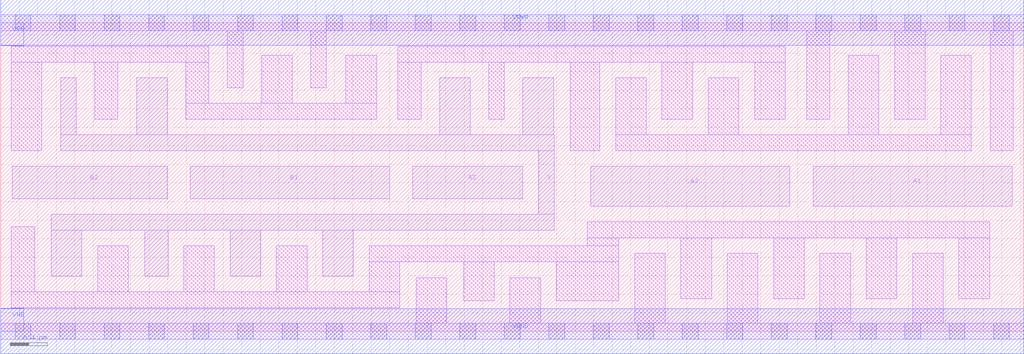
<source format=lef>
# Copyright 2020 The SkyWater PDK Authors
#
# Licensed under the Apache License, Version 2.0 (the "License");
# you may not use this file except in compliance with the License.
# You may obtain a copy of the License at
#
#     https://www.apache.org/licenses/LICENSE-2.0
#
# Unless required by applicable law or agreed to in writing, software
# distributed under the License is distributed on an "AS IS" BASIS,
# WITHOUT WARRANTIES OR CONDITIONS OF ANY KIND, either express or implied.
# See the License for the specific language governing permissions and
# limitations under the License.
#
# SPDX-License-Identifier: Apache-2.0

VERSION 5.5 ;
NAMESCASESENSITIVE ON ;
BUSBITCHARS "[]" ;
DIVIDERCHAR "/" ;
MACRO sky130_fd_sc_hs__o32ai_4
  CLASS CORE ;
  SOURCE USER ;
  ORIGIN  0.000000  0.000000 ;
  SIZE  11.04000 BY  3.330000 ;
  SYMMETRY X Y ;
  SITE unit ;
  PIN A1
    ANTENNAGATEAREA  1.116000 ;
    DIRECTION INPUT ;
    USE SIGNAL ;
    PORT
      LAYER li1 ;
        RECT 8.765000 1.350000 10.915000 1.780000 ;
    END
  END A1
  PIN A2
    ANTENNAGATEAREA  1.116000 ;
    DIRECTION INPUT ;
    USE SIGNAL ;
    PORT
      LAYER li1 ;
        RECT 6.365000 1.350000 8.515000 1.780000 ;
    END
  END A2
  PIN A3
    ANTENNAGATEAREA  1.116000 ;
    DIRECTION INPUT ;
    USE SIGNAL ;
    PORT
      LAYER li1 ;
        RECT 4.445000 1.430000 5.635000 1.780000 ;
    END
  END A3
  PIN B1
    ANTENNAGATEAREA  1.116000 ;
    DIRECTION INPUT ;
    USE SIGNAL ;
    PORT
      LAYER li1 ;
        RECT 2.045000 1.430000 4.195000 1.780000 ;
    END
  END B1
  PIN B2
    ANTENNAGATEAREA  1.116000 ;
    DIRECTION INPUT ;
    USE SIGNAL ;
    PORT
      LAYER li1 ;
        RECT 0.125000 1.430000 1.795000 1.780000 ;
    END
  END B2
  PIN Y
    ANTENNADIFFAREA  2.287500 ;
    DIRECTION OUTPUT ;
    USE SIGNAL ;
    PORT
      LAYER li1 ;
        RECT 0.545000 0.595000 0.875000 1.090000 ;
        RECT 0.545000 1.090000 5.975000 1.260000 ;
        RECT 0.645000 1.950000 5.975000 2.120000 ;
        RECT 0.645000 2.120000 0.815000 2.735000 ;
        RECT 1.465000 2.120000 1.795000 2.735000 ;
        RECT 1.555000 0.595000 1.805000 1.090000 ;
        RECT 2.475000 0.595000 2.805000 1.090000 ;
        RECT 3.475000 0.595000 3.805000 1.090000 ;
        RECT 4.735000 2.120000 5.065000 2.735000 ;
        RECT 5.635000 2.120000 5.965000 2.735000 ;
        RECT 5.805000 1.260000 5.975000 1.950000 ;
    END
  END Y
  PIN VGND
    DIRECTION INOUT ;
    USE GROUND ;
    PORT
      LAYER met1 ;
        RECT 0.000000 -0.245000 11.040000 0.245000 ;
    END
  END VGND
  PIN VNB
    DIRECTION INOUT ;
    USE GROUND ;
    PORT
    END
  END VNB
  PIN VPB
    DIRECTION INOUT ;
    USE POWER ;
    PORT
    END
  END VPB
  PIN VNB
    DIRECTION INOUT ;
    USE GROUND ;
    PORT
      LAYER met1 ;
        RECT 0.000000 0.000000 0.250000 0.250000 ;
    END
  END VNB
  PIN VPB
    DIRECTION INOUT ;
    USE POWER ;
    PORT
      LAYER met1 ;
        RECT 0.000000 3.080000 0.250000 3.330000 ;
    END
  END VPB
  PIN VPWR
    DIRECTION INOUT ;
    USE POWER ;
    PORT
      LAYER met1 ;
        RECT 0.000000 3.085000 11.040000 3.575000 ;
    END
  END VPWR
  OBS
    LAYER li1 ;
      RECT  0.000000 -0.085000 11.040000 0.085000 ;
      RECT  0.000000  3.245000 11.040000 3.415000 ;
      RECT  0.115000  0.255000  4.305000 0.425000 ;
      RECT  0.115000  0.425000  0.365000 1.130000 ;
      RECT  0.115000  1.950000  0.445000 2.905000 ;
      RECT  0.115000  2.905000  2.245000 3.075000 ;
      RECT  1.015000  2.290000  1.265000 2.905000 ;
      RECT  1.045000  0.425000  1.375000 0.920000 ;
      RECT  1.975000  0.425000  2.305000 0.920000 ;
      RECT  1.995000  2.290000  4.055000 2.460000 ;
      RECT  1.995000  2.460000  2.245000 2.905000 ;
      RECT  2.445000  2.630000  2.615000 3.245000 ;
      RECT  2.815000  2.460000  3.145000 2.980000 ;
      RECT  2.975000  0.425000  3.305000 0.920000 ;
      RECT  3.345000  2.630000  3.515000 3.245000 ;
      RECT  3.725000  2.460000  4.055000 2.980000 ;
      RECT  3.975000  0.425000  4.305000 0.750000 ;
      RECT  3.975000  0.750000  6.670000 0.920000 ;
      RECT  4.285000  2.290000  4.535000 2.905000 ;
      RECT  4.285000  2.905000  8.465000 3.075000 ;
      RECT  4.485000  0.085000  4.815000 0.580000 ;
      RECT  4.995000  0.330000  5.325000 0.750000 ;
      RECT  5.265000  2.290000  5.435000 2.905000 ;
      RECT  5.495000  0.085000  5.825000 0.580000 ;
      RECT  5.995000  0.330000  6.670000 0.750000 ;
      RECT  6.145000  1.950000  6.465000 2.905000 ;
      RECT  6.330000  0.920000  6.670000 1.010000 ;
      RECT  6.330000  1.010000 10.670000 1.180000 ;
      RECT  6.635000  1.950000 10.475000 2.120000 ;
      RECT  6.635000  2.120000  6.965000 2.735000 ;
      RECT  6.840000  0.085000  7.170000 0.840000 ;
      RECT  7.135000  2.290000  7.465000 2.905000 ;
      RECT  7.340000  0.350000  7.670000 1.010000 ;
      RECT  7.635000  2.120000  7.965000 2.735000 ;
      RECT  7.840000  0.085000  8.170000 0.840000 ;
      RECT  8.135000  2.290000  8.465000 2.905000 ;
      RECT  8.340000  0.350000  8.670000 1.010000 ;
      RECT  8.695000  2.290000  8.945000 3.245000 ;
      RECT  8.840000  0.085000  9.170000 0.840000 ;
      RECT  9.145000  2.120000  9.475000 2.980000 ;
      RECT  9.340000  0.350000  9.670000 1.010000 ;
      RECT  9.645000  2.290000  9.975000 3.245000 ;
      RECT  9.840000  0.085000 10.170000 0.840000 ;
      RECT 10.145000  2.120000 10.475000 2.980000 ;
      RECT 10.340000  0.350000 10.670000 1.010000 ;
      RECT 10.675000  1.950000 10.925000 3.245000 ;
    LAYER mcon ;
      RECT  0.155000 -0.085000  0.325000 0.085000 ;
      RECT  0.155000  3.245000  0.325000 3.415000 ;
      RECT  0.635000 -0.085000  0.805000 0.085000 ;
      RECT  0.635000  3.245000  0.805000 3.415000 ;
      RECT  1.115000 -0.085000  1.285000 0.085000 ;
      RECT  1.115000  3.245000  1.285000 3.415000 ;
      RECT  1.595000 -0.085000  1.765000 0.085000 ;
      RECT  1.595000  3.245000  1.765000 3.415000 ;
      RECT  2.075000 -0.085000  2.245000 0.085000 ;
      RECT  2.075000  3.245000  2.245000 3.415000 ;
      RECT  2.555000 -0.085000  2.725000 0.085000 ;
      RECT  2.555000  3.245000  2.725000 3.415000 ;
      RECT  3.035000 -0.085000  3.205000 0.085000 ;
      RECT  3.035000  3.245000  3.205000 3.415000 ;
      RECT  3.515000 -0.085000  3.685000 0.085000 ;
      RECT  3.515000  3.245000  3.685000 3.415000 ;
      RECT  3.995000 -0.085000  4.165000 0.085000 ;
      RECT  3.995000  3.245000  4.165000 3.415000 ;
      RECT  4.475000 -0.085000  4.645000 0.085000 ;
      RECT  4.475000  3.245000  4.645000 3.415000 ;
      RECT  4.955000 -0.085000  5.125000 0.085000 ;
      RECT  4.955000  3.245000  5.125000 3.415000 ;
      RECT  5.435000 -0.085000  5.605000 0.085000 ;
      RECT  5.435000  3.245000  5.605000 3.415000 ;
      RECT  5.915000 -0.085000  6.085000 0.085000 ;
      RECT  5.915000  3.245000  6.085000 3.415000 ;
      RECT  6.395000 -0.085000  6.565000 0.085000 ;
      RECT  6.395000  3.245000  6.565000 3.415000 ;
      RECT  6.875000 -0.085000  7.045000 0.085000 ;
      RECT  6.875000  3.245000  7.045000 3.415000 ;
      RECT  7.355000 -0.085000  7.525000 0.085000 ;
      RECT  7.355000  3.245000  7.525000 3.415000 ;
      RECT  7.835000 -0.085000  8.005000 0.085000 ;
      RECT  7.835000  3.245000  8.005000 3.415000 ;
      RECT  8.315000 -0.085000  8.485000 0.085000 ;
      RECT  8.315000  3.245000  8.485000 3.415000 ;
      RECT  8.795000 -0.085000  8.965000 0.085000 ;
      RECT  8.795000  3.245000  8.965000 3.415000 ;
      RECT  9.275000 -0.085000  9.445000 0.085000 ;
      RECT  9.275000  3.245000  9.445000 3.415000 ;
      RECT  9.755000 -0.085000  9.925000 0.085000 ;
      RECT  9.755000  3.245000  9.925000 3.415000 ;
      RECT 10.235000 -0.085000 10.405000 0.085000 ;
      RECT 10.235000  3.245000 10.405000 3.415000 ;
      RECT 10.715000 -0.085000 10.885000 0.085000 ;
      RECT 10.715000  3.245000 10.885000 3.415000 ;
  END
END sky130_fd_sc_hs__o32ai_4
END LIBRARY

</source>
